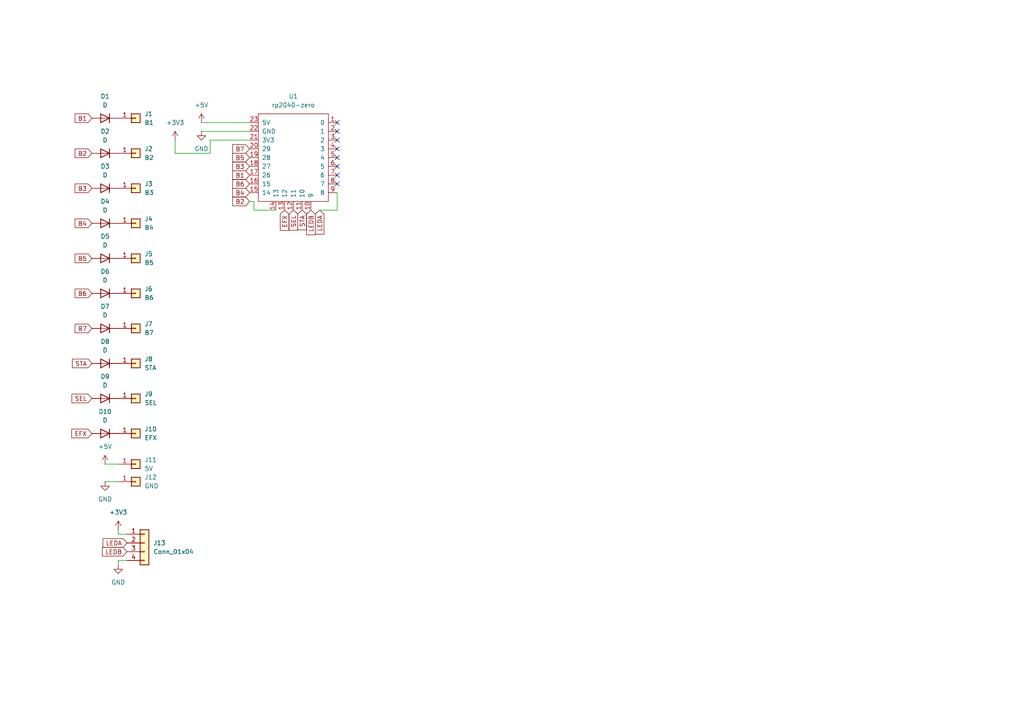
<source format=kicad_sch>
(kicad_sch
	(version 20231120)
	(generator "eeschema")
	(generator_version "8.0")
	(uuid "1a11bd70-7eb5-40a1-bf85-a64c34739257")
	(paper "A4")
	(lib_symbols
		(symbol "Connector_Generic:Conn_01x01"
			(pin_names
				(offset 1.016) hide)
			(exclude_from_sim no)
			(in_bom yes)
			(on_board yes)
			(property "Reference" "J"
				(at 0 2.54 0)
				(effects
					(font
						(size 1.27 1.27)
					)
				)
			)
			(property "Value" "Conn_01x01"
				(at 0 -2.54 0)
				(effects
					(font
						(size 1.27 1.27)
					)
				)
			)
			(property "Footprint" ""
				(at 0 0 0)
				(effects
					(font
						(size 1.27 1.27)
					)
					(hide yes)
				)
			)
			(property "Datasheet" "~"
				(at 0 0 0)
				(effects
					(font
						(size 1.27 1.27)
					)
					(hide yes)
				)
			)
			(property "Description" "Generic connector, single row, 01x01, script generated (kicad-library-utils/schlib/autogen/connector/)"
				(at 0 0 0)
				(effects
					(font
						(size 1.27 1.27)
					)
					(hide yes)
				)
			)
			(property "ki_keywords" "connector"
				(at 0 0 0)
				(effects
					(font
						(size 1.27 1.27)
					)
					(hide yes)
				)
			)
			(property "ki_fp_filters" "Connector*:*_1x??_*"
				(at 0 0 0)
				(effects
					(font
						(size 1.27 1.27)
					)
					(hide yes)
				)
			)
			(symbol "Conn_01x01_1_1"
				(rectangle
					(start -1.27 0.127)
					(end 0 -0.127)
					(stroke
						(width 0.1524)
						(type default)
					)
					(fill
						(type none)
					)
				)
				(rectangle
					(start -1.27 1.27)
					(end 1.27 -1.27)
					(stroke
						(width 0.254)
						(type default)
					)
					(fill
						(type background)
					)
				)
				(pin passive line
					(at -5.08 0 0)
					(length 3.81)
					(name "Pin_1"
						(effects
							(font
								(size 1.27 1.27)
							)
						)
					)
					(number "1"
						(effects
							(font
								(size 1.27 1.27)
							)
						)
					)
				)
			)
		)
		(symbol "Connector_Generic:Conn_01x04"
			(pin_names
				(offset 1.016) hide)
			(exclude_from_sim no)
			(in_bom yes)
			(on_board yes)
			(property "Reference" "J"
				(at 0 5.08 0)
				(effects
					(font
						(size 1.27 1.27)
					)
				)
			)
			(property "Value" "Conn_01x04"
				(at 0 -7.62 0)
				(effects
					(font
						(size 1.27 1.27)
					)
				)
			)
			(property "Footprint" ""
				(at 0 0 0)
				(effects
					(font
						(size 1.27 1.27)
					)
					(hide yes)
				)
			)
			(property "Datasheet" "~"
				(at 0 0 0)
				(effects
					(font
						(size 1.27 1.27)
					)
					(hide yes)
				)
			)
			(property "Description" "Generic connector, single row, 01x04, script generated (kicad-library-utils/schlib/autogen/connector/)"
				(at 0 0 0)
				(effects
					(font
						(size 1.27 1.27)
					)
					(hide yes)
				)
			)
			(property "ki_keywords" "connector"
				(at 0 0 0)
				(effects
					(font
						(size 1.27 1.27)
					)
					(hide yes)
				)
			)
			(property "ki_fp_filters" "Connector*:*_1x??_*"
				(at 0 0 0)
				(effects
					(font
						(size 1.27 1.27)
					)
					(hide yes)
				)
			)
			(symbol "Conn_01x04_1_1"
				(rectangle
					(start -1.27 -4.953)
					(end 0 -5.207)
					(stroke
						(width 0.1524)
						(type default)
					)
					(fill
						(type none)
					)
				)
				(rectangle
					(start -1.27 -2.413)
					(end 0 -2.667)
					(stroke
						(width 0.1524)
						(type default)
					)
					(fill
						(type none)
					)
				)
				(rectangle
					(start -1.27 0.127)
					(end 0 -0.127)
					(stroke
						(width 0.1524)
						(type default)
					)
					(fill
						(type none)
					)
				)
				(rectangle
					(start -1.27 2.667)
					(end 0 2.413)
					(stroke
						(width 0.1524)
						(type default)
					)
					(fill
						(type none)
					)
				)
				(rectangle
					(start -1.27 3.81)
					(end 1.27 -6.35)
					(stroke
						(width 0.254)
						(type default)
					)
					(fill
						(type background)
					)
				)
				(pin passive line
					(at -5.08 2.54 0)
					(length 3.81)
					(name "Pin_1"
						(effects
							(font
								(size 1.27 1.27)
							)
						)
					)
					(number "1"
						(effects
							(font
								(size 1.27 1.27)
							)
						)
					)
				)
				(pin passive line
					(at -5.08 0 0)
					(length 3.81)
					(name "Pin_2"
						(effects
							(font
								(size 1.27 1.27)
							)
						)
					)
					(number "2"
						(effects
							(font
								(size 1.27 1.27)
							)
						)
					)
				)
				(pin passive line
					(at -5.08 -2.54 0)
					(length 3.81)
					(name "Pin_3"
						(effects
							(font
								(size 1.27 1.27)
							)
						)
					)
					(number "3"
						(effects
							(font
								(size 1.27 1.27)
							)
						)
					)
				)
				(pin passive line
					(at -5.08 -5.08 0)
					(length 3.81)
					(name "Pin_4"
						(effects
							(font
								(size 1.27 1.27)
							)
						)
					)
					(number "4"
						(effects
							(font
								(size 1.27 1.27)
							)
						)
					)
				)
			)
		)
		(symbol "Device:D"
			(pin_numbers hide)
			(pin_names
				(offset 1.016) hide)
			(exclude_from_sim no)
			(in_bom yes)
			(on_board yes)
			(property "Reference" "D"
				(at 0 2.54 0)
				(effects
					(font
						(size 1.27 1.27)
					)
				)
			)
			(property "Value" "D"
				(at 0 -2.54 0)
				(effects
					(font
						(size 1.27 1.27)
					)
				)
			)
			(property "Footprint" ""
				(at 0 0 0)
				(effects
					(font
						(size 1.27 1.27)
					)
					(hide yes)
				)
			)
			(property "Datasheet" "~"
				(at 0 0 0)
				(effects
					(font
						(size 1.27 1.27)
					)
					(hide yes)
				)
			)
			(property "Description" "Diode"
				(at 0 0 0)
				(effects
					(font
						(size 1.27 1.27)
					)
					(hide yes)
				)
			)
			(property "Sim.Device" "D"
				(at 0 0 0)
				(effects
					(font
						(size 1.27 1.27)
					)
					(hide yes)
				)
			)
			(property "Sim.Pins" "1=K 2=A"
				(at 0 0 0)
				(effects
					(font
						(size 1.27 1.27)
					)
					(hide yes)
				)
			)
			(property "ki_keywords" "diode"
				(at 0 0 0)
				(effects
					(font
						(size 1.27 1.27)
					)
					(hide yes)
				)
			)
			(property "ki_fp_filters" "TO-???* *_Diode_* *SingleDiode* D_*"
				(at 0 0 0)
				(effects
					(font
						(size 1.27 1.27)
					)
					(hide yes)
				)
			)
			(symbol "D_0_1"
				(polyline
					(pts
						(xy -1.27 1.27) (xy -1.27 -1.27)
					)
					(stroke
						(width 0.254)
						(type default)
					)
					(fill
						(type none)
					)
				)
				(polyline
					(pts
						(xy 1.27 0) (xy -1.27 0)
					)
					(stroke
						(width 0)
						(type default)
					)
					(fill
						(type none)
					)
				)
				(polyline
					(pts
						(xy 1.27 1.27) (xy 1.27 -1.27) (xy -1.27 0) (xy 1.27 1.27)
					)
					(stroke
						(width 0.254)
						(type default)
					)
					(fill
						(type none)
					)
				)
			)
			(symbol "D_1_1"
				(pin passive line
					(at -3.81 0 0)
					(length 2.54)
					(name "K"
						(effects
							(font
								(size 1.27 1.27)
							)
						)
					)
					(number "1"
						(effects
							(font
								(size 1.27 1.27)
							)
						)
					)
				)
				(pin passive line
					(at 3.81 0 180)
					(length 2.54)
					(name "A"
						(effects
							(font
								(size 1.27 1.27)
							)
						)
					)
					(number "2"
						(effects
							(font
								(size 1.27 1.27)
							)
						)
					)
				)
			)
		)
		(symbol "Kleeb_MCU:rp2040-zero"
			(pin_names
				(offset 1.016)
			)
			(exclude_from_sim no)
			(in_bom yes)
			(on_board yes)
			(property "Reference" "U"
				(at 0 15.24 0)
				(effects
					(font
						(size 1.27 1.27)
					)
				)
			)
			(property "Value" "rp2040-zero"
				(at 0 12.7 0)
				(effects
					(font
						(size 1.27 1.27)
					)
				)
			)
			(property "Footprint" ""
				(at -8.89 5.08 0)
				(effects
					(font
						(size 1.27 1.27)
					)
					(hide yes)
				)
			)
			(property "Datasheet" ""
				(at -8.89 5.08 0)
				(effects
					(font
						(size 1.27 1.27)
					)
					(hide yes)
				)
			)
			(property "Description" ""
				(at 0 0 0)
				(effects
					(font
						(size 1.27 1.27)
					)
					(hide yes)
				)
			)
			(symbol "rp2040-zero_0_1"
				(rectangle
					(start -10.16 11.43)
					(end 10.16 -13.97)
					(stroke
						(width 0)
						(type default)
					)
					(fill
						(type none)
					)
				)
			)
			(symbol "rp2040-zero_1_1"
				(pin bidirectional line
					(at 12.7 8.89 180)
					(length 2.54)
					(name "0"
						(effects
							(font
								(size 1.27 1.27)
							)
						)
					)
					(number "1"
						(effects
							(font
								(size 1.27 1.27)
							)
						)
					)
				)
				(pin bidirectional line
					(at 5.08 -16.51 90)
					(length 2.54)
					(name "9"
						(effects
							(font
								(size 1.27 1.27)
							)
						)
					)
					(number "10"
						(effects
							(font
								(size 1.27 1.27)
							)
						)
					)
				)
				(pin bidirectional line
					(at 2.54 -16.51 90)
					(length 2.54)
					(name "10"
						(effects
							(font
								(size 1.27 1.27)
							)
						)
					)
					(number "11"
						(effects
							(font
								(size 1.27 1.27)
							)
						)
					)
				)
				(pin bidirectional line
					(at 0 -16.51 90)
					(length 2.54)
					(name "11"
						(effects
							(font
								(size 1.27 1.27)
							)
						)
					)
					(number "12"
						(effects
							(font
								(size 1.27 1.27)
							)
						)
					)
				)
				(pin bidirectional line
					(at -2.54 -16.51 90)
					(length 2.54)
					(name "12"
						(effects
							(font
								(size 1.27 1.27)
							)
						)
					)
					(number "13"
						(effects
							(font
								(size 1.27 1.27)
							)
						)
					)
				)
				(pin bidirectional line
					(at -5.08 -16.51 90)
					(length 2.54)
					(name "13"
						(effects
							(font
								(size 1.27 1.27)
							)
						)
					)
					(number "14"
						(effects
							(font
								(size 1.27 1.27)
							)
						)
					)
				)
				(pin bidirectional line
					(at -12.7 -11.43 0)
					(length 2.54)
					(name "14"
						(effects
							(font
								(size 1.27 1.27)
							)
						)
					)
					(number "15"
						(effects
							(font
								(size 1.27 1.27)
							)
						)
					)
				)
				(pin bidirectional line
					(at -12.7 -8.89 0)
					(length 2.54)
					(name "15"
						(effects
							(font
								(size 1.27 1.27)
							)
						)
					)
					(number "16"
						(effects
							(font
								(size 1.27 1.27)
							)
						)
					)
				)
				(pin bidirectional line
					(at -12.7 -6.35 0)
					(length 2.54)
					(name "26"
						(effects
							(font
								(size 1.27 1.27)
							)
						)
					)
					(number "17"
						(effects
							(font
								(size 1.27 1.27)
							)
						)
					)
				)
				(pin bidirectional line
					(at -12.7 -3.81 0)
					(length 2.54)
					(name "27"
						(effects
							(font
								(size 1.27 1.27)
							)
						)
					)
					(number "18"
						(effects
							(font
								(size 1.27 1.27)
							)
						)
					)
				)
				(pin bidirectional line
					(at -12.7 -1.27 0)
					(length 2.54)
					(name "28"
						(effects
							(font
								(size 1.27 1.27)
							)
						)
					)
					(number "19"
						(effects
							(font
								(size 1.27 1.27)
							)
						)
					)
				)
				(pin bidirectional line
					(at 12.7 6.35 180)
					(length 2.54)
					(name "1"
						(effects
							(font
								(size 1.27 1.27)
							)
						)
					)
					(number "2"
						(effects
							(font
								(size 1.27 1.27)
							)
						)
					)
				)
				(pin bidirectional line
					(at -12.7 1.27 0)
					(length 2.54)
					(name "29"
						(effects
							(font
								(size 1.27 1.27)
							)
						)
					)
					(number "20"
						(effects
							(font
								(size 1.27 1.27)
							)
						)
					)
				)
				(pin power_out line
					(at -12.7 3.81 0)
					(length 2.54)
					(name "3V3"
						(effects
							(font
								(size 1.27 1.27)
							)
						)
					)
					(number "21"
						(effects
							(font
								(size 1.27 1.27)
							)
						)
					)
				)
				(pin power_out line
					(at -12.7 6.35 0)
					(length 2.54)
					(name "GND"
						(effects
							(font
								(size 1.27 1.27)
							)
						)
					)
					(number "22"
						(effects
							(font
								(size 1.27 1.27)
							)
						)
					)
				)
				(pin power_out line
					(at -12.7 8.89 0)
					(length 2.54)
					(name "5V"
						(effects
							(font
								(size 1.27 1.27)
							)
						)
					)
					(number "23"
						(effects
							(font
								(size 1.27 1.27)
							)
						)
					)
				)
				(pin bidirectional line
					(at 12.7 3.81 180)
					(length 2.54)
					(name "2"
						(effects
							(font
								(size 1.27 1.27)
							)
						)
					)
					(number "3"
						(effects
							(font
								(size 1.27 1.27)
							)
						)
					)
				)
				(pin bidirectional line
					(at 12.7 1.27 180)
					(length 2.54)
					(name "3"
						(effects
							(font
								(size 1.27 1.27)
							)
						)
					)
					(number "4"
						(effects
							(font
								(size 1.27 1.27)
							)
						)
					)
				)
				(pin bidirectional line
					(at 12.7 -1.27 180)
					(length 2.54)
					(name "4"
						(effects
							(font
								(size 1.27 1.27)
							)
						)
					)
					(number "5"
						(effects
							(font
								(size 1.27 1.27)
							)
						)
					)
				)
				(pin bidirectional line
					(at 12.7 -3.81 180)
					(length 2.54)
					(name "5"
						(effects
							(font
								(size 1.27 1.27)
							)
						)
					)
					(number "6"
						(effects
							(font
								(size 1.27 1.27)
							)
						)
					)
				)
				(pin bidirectional line
					(at 12.7 -6.35 180)
					(length 2.54)
					(name "6"
						(effects
							(font
								(size 1.27 1.27)
							)
						)
					)
					(number "7"
						(effects
							(font
								(size 1.27 1.27)
							)
						)
					)
				)
				(pin bidirectional line
					(at 12.7 -8.89 180)
					(length 2.54)
					(name "7"
						(effects
							(font
								(size 1.27 1.27)
							)
						)
					)
					(number "8"
						(effects
							(font
								(size 1.27 1.27)
							)
						)
					)
				)
				(pin bidirectional line
					(at 12.7 -11.43 180)
					(length 2.54)
					(name "8"
						(effects
							(font
								(size 1.27 1.27)
							)
						)
					)
					(number "9"
						(effects
							(font
								(size 1.27 1.27)
							)
						)
					)
				)
			)
		)
		(symbol "power:+3V3"
			(power)
			(pin_numbers hide)
			(pin_names
				(offset 0) hide)
			(exclude_from_sim no)
			(in_bom yes)
			(on_board yes)
			(property "Reference" "#PWR"
				(at 0 -3.81 0)
				(effects
					(font
						(size 1.27 1.27)
					)
					(hide yes)
				)
			)
			(property "Value" "+3V3"
				(at 0 3.556 0)
				(effects
					(font
						(size 1.27 1.27)
					)
				)
			)
			(property "Footprint" ""
				(at 0 0 0)
				(effects
					(font
						(size 1.27 1.27)
					)
					(hide yes)
				)
			)
			(property "Datasheet" ""
				(at 0 0 0)
				(effects
					(font
						(size 1.27 1.27)
					)
					(hide yes)
				)
			)
			(property "Description" "Power symbol creates a global label with name \"+3V3\""
				(at 0 0 0)
				(effects
					(font
						(size 1.27 1.27)
					)
					(hide yes)
				)
			)
			(property "ki_keywords" "global power"
				(at 0 0 0)
				(effects
					(font
						(size 1.27 1.27)
					)
					(hide yes)
				)
			)
			(symbol "+3V3_0_1"
				(polyline
					(pts
						(xy -0.762 1.27) (xy 0 2.54)
					)
					(stroke
						(width 0)
						(type default)
					)
					(fill
						(type none)
					)
				)
				(polyline
					(pts
						(xy 0 0) (xy 0 2.54)
					)
					(stroke
						(width 0)
						(type default)
					)
					(fill
						(type none)
					)
				)
				(polyline
					(pts
						(xy 0 2.54) (xy 0.762 1.27)
					)
					(stroke
						(width 0)
						(type default)
					)
					(fill
						(type none)
					)
				)
			)
			(symbol "+3V3_1_1"
				(pin power_in line
					(at 0 0 90)
					(length 0)
					(name "~"
						(effects
							(font
								(size 1.27 1.27)
							)
						)
					)
					(number "1"
						(effects
							(font
								(size 1.27 1.27)
							)
						)
					)
				)
			)
		)
		(symbol "power:+5V"
			(power)
			(pin_numbers hide)
			(pin_names
				(offset 0) hide)
			(exclude_from_sim no)
			(in_bom yes)
			(on_board yes)
			(property "Reference" "#PWR"
				(at 0 -3.81 0)
				(effects
					(font
						(size 1.27 1.27)
					)
					(hide yes)
				)
			)
			(property "Value" "+5V"
				(at 0 3.556 0)
				(effects
					(font
						(size 1.27 1.27)
					)
				)
			)
			(property "Footprint" ""
				(at 0 0 0)
				(effects
					(font
						(size 1.27 1.27)
					)
					(hide yes)
				)
			)
			(property "Datasheet" ""
				(at 0 0 0)
				(effects
					(font
						(size 1.27 1.27)
					)
					(hide yes)
				)
			)
			(property "Description" "Power symbol creates a global label with name \"+5V\""
				(at 0 0 0)
				(effects
					(font
						(size 1.27 1.27)
					)
					(hide yes)
				)
			)
			(property "ki_keywords" "global power"
				(at 0 0 0)
				(effects
					(font
						(size 1.27 1.27)
					)
					(hide yes)
				)
			)
			(symbol "+5V_0_1"
				(polyline
					(pts
						(xy -0.762 1.27) (xy 0 2.54)
					)
					(stroke
						(width 0)
						(type default)
					)
					(fill
						(type none)
					)
				)
				(polyline
					(pts
						(xy 0 0) (xy 0 2.54)
					)
					(stroke
						(width 0)
						(type default)
					)
					(fill
						(type none)
					)
				)
				(polyline
					(pts
						(xy 0 2.54) (xy 0.762 1.27)
					)
					(stroke
						(width 0)
						(type default)
					)
					(fill
						(type none)
					)
				)
			)
			(symbol "+5V_1_1"
				(pin power_in line
					(at 0 0 90)
					(length 0)
					(name "~"
						(effects
							(font
								(size 1.27 1.27)
							)
						)
					)
					(number "1"
						(effects
							(font
								(size 1.27 1.27)
							)
						)
					)
				)
			)
		)
		(symbol "power:GND"
			(power)
			(pin_numbers hide)
			(pin_names
				(offset 0) hide)
			(exclude_from_sim no)
			(in_bom yes)
			(on_board yes)
			(property "Reference" "#PWR"
				(at 0 -6.35 0)
				(effects
					(font
						(size 1.27 1.27)
					)
					(hide yes)
				)
			)
			(property "Value" "GND"
				(at 0 -3.81 0)
				(effects
					(font
						(size 1.27 1.27)
					)
				)
			)
			(property "Footprint" ""
				(at 0 0 0)
				(effects
					(font
						(size 1.27 1.27)
					)
					(hide yes)
				)
			)
			(property "Datasheet" ""
				(at 0 0 0)
				(effects
					(font
						(size 1.27 1.27)
					)
					(hide yes)
				)
			)
			(property "Description" "Power symbol creates a global label with name \"GND\" , ground"
				(at 0 0 0)
				(effects
					(font
						(size 1.27 1.27)
					)
					(hide yes)
				)
			)
			(property "ki_keywords" "global power"
				(at 0 0 0)
				(effects
					(font
						(size 1.27 1.27)
					)
					(hide yes)
				)
			)
			(symbol "GND_0_1"
				(polyline
					(pts
						(xy 0 0) (xy 0 -1.27) (xy 1.27 -1.27) (xy 0 -2.54) (xy -1.27 -1.27) (xy 0 -1.27)
					)
					(stroke
						(width 0)
						(type default)
					)
					(fill
						(type none)
					)
				)
			)
			(symbol "GND_1_1"
				(pin power_in line
					(at 0 0 270)
					(length 0)
					(name "~"
						(effects
							(font
								(size 1.27 1.27)
							)
						)
					)
					(number "1"
						(effects
							(font
								(size 1.27 1.27)
							)
						)
					)
				)
			)
		)
	)
	(no_connect
		(at 97.79 45.72)
		(uuid "27443403-6ad0-4af8-8454-dd0ea16bc9fd")
	)
	(no_connect
		(at 97.79 40.64)
		(uuid "2c0b1e20-65ef-4084-a2c0-66fce6bce7e1")
	)
	(no_connect
		(at 97.79 53.34)
		(uuid "40ce3ffc-278b-4c57-bacb-b48a27929faf")
	)
	(no_connect
		(at 97.79 35.56)
		(uuid "56205d93-673a-4b37-a0d4-1aad717d17fd")
	)
	(no_connect
		(at 97.79 43.18)
		(uuid "64b7122b-ba2e-4456-b413-29b9fd65a3cb")
	)
	(no_connect
		(at 97.79 38.1)
		(uuid "6b7819d1-18b5-4d74-afcc-35f6b9adc944")
	)
	(no_connect
		(at 97.79 50.8)
		(uuid "b2215287-566a-41de-8ad5-ee7cd75e2749")
	)
	(no_connect
		(at 97.79 48.26)
		(uuid "d99f750e-c2cf-47e4-8037-2ff79644f884")
	)
	(wire
		(pts
			(xy 34.29 154.94) (xy 36.83 154.94)
		)
		(stroke
			(width 0)
			(type default)
		)
		(uuid "0503562b-9824-47e4-9da2-2f5dcc27927f")
	)
	(wire
		(pts
			(xy 97.79 60.96) (xy 97.79 55.88)
		)
		(stroke
			(width 0)
			(type default)
		)
		(uuid "191a48d6-ee6e-431b-adc1-5ccfa8dd7b6e")
	)
	(wire
		(pts
			(xy 50.8 44.45) (xy 50.8 40.64)
		)
		(stroke
			(width 0)
			(type default)
		)
		(uuid "35d231ce-c44f-48ed-9718-c3ced0332d79")
	)
	(wire
		(pts
			(xy 73.66 60.96) (xy 80.01 60.96)
		)
		(stroke
			(width 0)
			(type default)
		)
		(uuid "512d76b0-42e4-46ca-9046-e142b3e1c71b")
	)
	(wire
		(pts
			(xy 60.96 40.64) (xy 60.96 44.45)
		)
		(stroke
			(width 0)
			(type default)
		)
		(uuid "5519428c-2d1f-48d4-91d9-29b61e9aaa33")
	)
	(wire
		(pts
			(xy 58.42 38.1) (xy 72.39 38.1)
		)
		(stroke
			(width 0)
			(type default)
		)
		(uuid "7d4dd105-9e17-4cca-a855-9e2c454e4408")
	)
	(wire
		(pts
			(xy 34.29 162.56) (xy 36.83 162.56)
		)
		(stroke
			(width 0)
			(type default)
		)
		(uuid "82bf3004-7611-42e6-836e-4ebb82cd4aed")
	)
	(wire
		(pts
			(xy 92.71 60.96) (xy 97.79 60.96)
		)
		(stroke
			(width 0)
			(type default)
		)
		(uuid "895412e0-0a55-436c-bde6-096a807ef8e9")
	)
	(wire
		(pts
			(xy 73.66 58.42) (xy 73.66 60.96)
		)
		(stroke
			(width 0)
			(type default)
		)
		(uuid "8dfeebd2-c229-4290-92d1-2d157dbbe50d")
	)
	(wire
		(pts
			(xy 30.48 134.62) (xy 34.29 134.62)
		)
		(stroke
			(width 0)
			(type default)
		)
		(uuid "91ab61c3-9c2d-4458-a44f-fc4bc861308b")
	)
	(wire
		(pts
			(xy 34.29 153.67) (xy 34.29 154.94)
		)
		(stroke
			(width 0)
			(type default)
		)
		(uuid "9a5178a8-bafa-4be9-92ef-76daf7627b8d")
	)
	(wire
		(pts
			(xy 72.39 58.42) (xy 73.66 58.42)
		)
		(stroke
			(width 0)
			(type default)
		)
		(uuid "9ec04b39-bf53-42fe-885d-0c038f9fd6f0")
	)
	(wire
		(pts
			(xy 60.96 44.45) (xy 50.8 44.45)
		)
		(stroke
			(width 0)
			(type default)
		)
		(uuid "c5cec893-b14d-4807-8489-2b7d43a75f15")
	)
	(wire
		(pts
			(xy 58.42 35.56) (xy 72.39 35.56)
		)
		(stroke
			(width 0)
			(type default)
		)
		(uuid "f21a4cb2-6fb5-46f7-a8a2-82945c86f794")
	)
	(wire
		(pts
			(xy 30.48 139.7) (xy 34.29 139.7)
		)
		(stroke
			(width 0)
			(type default)
		)
		(uuid "f7758d4d-bcde-4d66-870b-a0ed8ed0b77b")
	)
	(wire
		(pts
			(xy 72.39 40.64) (xy 60.96 40.64)
		)
		(stroke
			(width 0)
			(type default)
		)
		(uuid "fa648f33-cfca-4a6e-9ce3-266a1f7c594d")
	)
	(wire
		(pts
			(xy 34.29 163.83) (xy 34.29 162.56)
		)
		(stroke
			(width 0)
			(type default)
		)
		(uuid "fc22143c-ff57-4026-89bb-8d2148ee7f68")
	)
	(global_label "LEDB"
		(shape input)
		(at 36.83 160.02 180)
		(fields_autoplaced yes)
		(effects
			(font
				(size 1.27 1.27)
			)
			(justify right)
		)
		(uuid "0107bd1d-0f7e-4bb6-b844-613fb6672734")
		(property "Intersheetrefs" "${INTERSHEET_REFS}"
			(at 29.1277 160.02 0)
			(effects
				(font
					(size 1.27 1.27)
				)
				(justify right)
				(hide yes)
			)
		)
	)
	(global_label "B7"
		(shape input)
		(at 26.67 95.25 180)
		(fields_autoplaced yes)
		(effects
			(font
				(size 1.27 1.27)
			)
			(justify right)
		)
		(uuid "05fed6f2-c0d4-488f-b02b-59c9be6b21bf")
		(property "Intersheetrefs" "${INTERSHEET_REFS}"
			(at 21.2053 95.25 0)
			(effects
				(font
					(size 1.27 1.27)
				)
				(justify right)
				(hide yes)
			)
		)
	)
	(global_label "SEL"
		(shape input)
		(at 85.09 60.96 270)
		(fields_autoplaced yes)
		(effects
			(font
				(size 1.27 1.27)
			)
			(justify right)
		)
		(uuid "1a704871-30f2-480b-8afc-64167ec621df")
		(property "Intersheetrefs" "${INTERSHEET_REFS}"
			(at 85.09 67.3318 90)
			(effects
				(font
					(size 1.27 1.27)
				)
				(justify right)
				(hide yes)
			)
		)
	)
	(global_label "EFX"
		(shape input)
		(at 82.55 60.96 270)
		(fields_autoplaced yes)
		(effects
			(font
				(size 1.27 1.27)
			)
			(justify right)
		)
		(uuid "1c30fcc7-8490-418b-9f90-c3c4ceb4d4d0")
		(property "Intersheetrefs" "${INTERSHEET_REFS}"
			(at 82.55 67.3923 90)
			(effects
				(font
					(size 1.27 1.27)
				)
				(justify right)
				(hide yes)
			)
		)
	)
	(global_label "LEDA"
		(shape input)
		(at 92.71 60.96 270)
		(fields_autoplaced yes)
		(effects
			(font
				(size 1.27 1.27)
			)
			(justify right)
		)
		(uuid "25f29dc0-79a6-43b2-ac3b-43a3cd40a40c")
		(property "Intersheetrefs" "${INTERSHEET_REFS}"
			(at 92.71 68.4809 90)
			(effects
				(font
					(size 1.27 1.27)
				)
				(justify right)
				(hide yes)
			)
		)
	)
	(global_label "B6"
		(shape input)
		(at 72.39 53.34 180)
		(fields_autoplaced yes)
		(effects
			(font
				(size 1.27 1.27)
			)
			(justify right)
		)
		(uuid "29a2ff4d-a05b-4cd4-94ef-618497f431c6")
		(property "Intersheetrefs" "${INTERSHEET_REFS}"
			(at 66.9253 53.34 0)
			(effects
				(font
					(size 1.27 1.27)
				)
				(justify right)
				(hide yes)
			)
		)
	)
	(global_label "B3"
		(shape input)
		(at 72.39 48.26 180)
		(fields_autoplaced yes)
		(effects
			(font
				(size 1.27 1.27)
			)
			(justify right)
		)
		(uuid "308ae4ff-b4fd-4aaa-a628-9228fec285f3")
		(property "Intersheetrefs" "${INTERSHEET_REFS}"
			(at 66.9253 48.26 0)
			(effects
				(font
					(size 1.27 1.27)
				)
				(justify right)
				(hide yes)
			)
		)
	)
	(global_label "B4"
		(shape input)
		(at 72.39 55.88 180)
		(fields_autoplaced yes)
		(effects
			(font
				(size 1.27 1.27)
			)
			(justify right)
		)
		(uuid "327efd64-980e-4d3e-bc1a-5664683921af")
		(property "Intersheetrefs" "${INTERSHEET_REFS}"
			(at 66.9253 55.88 0)
			(effects
				(font
					(size 1.27 1.27)
				)
				(justify right)
				(hide yes)
			)
		)
	)
	(global_label "LEDB"
		(shape input)
		(at 90.17 60.96 270)
		(fields_autoplaced yes)
		(effects
			(font
				(size 1.27 1.27)
			)
			(justify right)
		)
		(uuid "5342f70c-ff69-442c-af58-4473eb961542")
		(property "Intersheetrefs" "${INTERSHEET_REFS}"
			(at 90.17 68.6623 90)
			(effects
				(font
					(size 1.27 1.27)
				)
				(justify right)
				(hide yes)
			)
		)
	)
	(global_label "B5"
		(shape input)
		(at 26.67 74.93 180)
		(fields_autoplaced yes)
		(effects
			(font
				(size 1.27 1.27)
			)
			(justify right)
		)
		(uuid "5f04137a-cbce-469c-b00f-d8a685773de8")
		(property "Intersheetrefs" "${INTERSHEET_REFS}"
			(at 21.2053 74.93 0)
			(effects
				(font
					(size 1.27 1.27)
				)
				(justify right)
				(hide yes)
			)
		)
	)
	(global_label "B6"
		(shape input)
		(at 26.67 85.09 180)
		(fields_autoplaced yes)
		(effects
			(font
				(size 1.27 1.27)
			)
			(justify right)
		)
		(uuid "6171dc4b-3d97-499e-b7ae-2b18a89cbe63")
		(property "Intersheetrefs" "${INTERSHEET_REFS}"
			(at 21.2053 85.09 0)
			(effects
				(font
					(size 1.27 1.27)
				)
				(justify right)
				(hide yes)
			)
		)
	)
	(global_label "B5"
		(shape input)
		(at 72.39 45.72 180)
		(fields_autoplaced yes)
		(effects
			(font
				(size 1.27 1.27)
			)
			(justify right)
		)
		(uuid "7d85149d-356d-44b8-95e6-3b8094830729")
		(property "Intersheetrefs" "${INTERSHEET_REFS}"
			(at 66.9253 45.72 0)
			(effects
				(font
					(size 1.27 1.27)
				)
				(justify right)
				(hide yes)
			)
		)
	)
	(global_label "STA"
		(shape input)
		(at 26.67 105.41 180)
		(fields_autoplaced yes)
		(effects
			(font
				(size 1.27 1.27)
			)
			(justify right)
		)
		(uuid "7fd31a27-3d65-4186-bf58-d0d76b322278")
		(property "Intersheetrefs" "${INTERSHEET_REFS}"
			(at 20.4191 105.41 0)
			(effects
				(font
					(size 1.27 1.27)
				)
				(justify right)
				(hide yes)
			)
		)
	)
	(global_label "SEL"
		(shape input)
		(at 26.67 115.57 180)
		(fields_autoplaced yes)
		(effects
			(font
				(size 1.27 1.27)
			)
			(justify right)
		)
		(uuid "850abb1c-f293-4074-bd77-5c697613b1fd")
		(property "Intersheetrefs" "${INTERSHEET_REFS}"
			(at 20.2982 115.57 0)
			(effects
				(font
					(size 1.27 1.27)
				)
				(justify right)
				(hide yes)
			)
		)
	)
	(global_label "STA"
		(shape input)
		(at 87.63 60.96 270)
		(fields_autoplaced yes)
		(effects
			(font
				(size 1.27 1.27)
			)
			(justify right)
		)
		(uuid "a6f4b267-3679-4b97-bf26-1c1cb0def0f0")
		(property "Intersheetrefs" "${INTERSHEET_REFS}"
			(at 87.63 67.2109 90)
			(effects
				(font
					(size 1.27 1.27)
				)
				(justify right)
				(hide yes)
			)
		)
	)
	(global_label "B2"
		(shape input)
		(at 26.67 44.45 180)
		(fields_autoplaced yes)
		(effects
			(font
				(size 1.27 1.27)
			)
			(justify right)
		)
		(uuid "b5fe175b-60e8-41de-a481-16d07e7eb9dc")
		(property "Intersheetrefs" "${INTERSHEET_REFS}"
			(at 21.2053 44.45 0)
			(effects
				(font
					(size 1.27 1.27)
				)
				(justify right)
				(hide yes)
			)
		)
	)
	(global_label "B1"
		(shape input)
		(at 72.39 50.8 180)
		(fields_autoplaced yes)
		(effects
			(font
				(size 1.27 1.27)
			)
			(justify right)
		)
		(uuid "c615cc71-a91a-478c-95e6-9f8c56a9ac2c")
		(property "Intersheetrefs" "${INTERSHEET_REFS}"
			(at 66.9253 50.8 0)
			(effects
				(font
					(size 1.27 1.27)
				)
				(justify right)
				(hide yes)
			)
		)
	)
	(global_label "B7"
		(shape input)
		(at 72.39 43.18 180)
		(fields_autoplaced yes)
		(effects
			(font
				(size 1.27 1.27)
			)
			(justify right)
		)
		(uuid "cf67fdce-0ec2-4b83-ba3c-127f4ae7d5c3")
		(property "Intersheetrefs" "${INTERSHEET_REFS}"
			(at 66.9253 43.18 0)
			(effects
				(font
					(size 1.27 1.27)
				)
				(justify right)
				(hide yes)
			)
		)
	)
	(global_label "B4"
		(shape input)
		(at 26.67 64.77 180)
		(fields_autoplaced yes)
		(effects
			(font
				(size 1.27 1.27)
			)
			(justify right)
		)
		(uuid "d2593c76-55fa-4524-8d37-821c4bc7beaa")
		(property "Intersheetrefs" "${INTERSHEET_REFS}"
			(at 21.2053 64.77 0)
			(effects
				(font
					(size 1.27 1.27)
				)
				(justify right)
				(hide yes)
			)
		)
	)
	(global_label "LEDA"
		(shape input)
		(at 36.83 157.48 180)
		(fields_autoplaced yes)
		(effects
			(font
				(size 1.27 1.27)
			)
			(justify right)
		)
		(uuid "e0580eed-effc-4d58-befa-208762e9c570")
		(property "Intersheetrefs" "${INTERSHEET_REFS}"
			(at 29.3091 157.48 0)
			(effects
				(font
					(size 1.27 1.27)
				)
				(justify right)
				(hide yes)
			)
		)
	)
	(global_label "B2"
		(shape input)
		(at 72.39 58.42 180)
		(fields_autoplaced yes)
		(effects
			(font
				(size 1.27 1.27)
			)
			(justify right)
		)
		(uuid "f581b048-d533-4881-a4a4-f380df53aa48")
		(property "Intersheetrefs" "${INTERSHEET_REFS}"
			(at 66.9253 58.42 0)
			(effects
				(font
					(size 1.27 1.27)
				)
				(justify right)
				(hide yes)
			)
		)
	)
	(global_label "EFX"
		(shape input)
		(at 26.67 125.73 180)
		(fields_autoplaced yes)
		(effects
			(font
				(size 1.27 1.27)
			)
			(justify right)
		)
		(uuid "f8874ba9-3f2c-4c19-9630-6c73d4fd67df")
		(property "Intersheetrefs" "${INTERSHEET_REFS}"
			(at 20.2377 125.73 0)
			(effects
				(font
					(size 1.27 1.27)
				)
				(justify right)
				(hide yes)
			)
		)
	)
	(global_label "B1"
		(shape input)
		(at 26.67 34.29 180)
		(fields_autoplaced yes)
		(effects
			(font
				(size 1.27 1.27)
			)
			(justify right)
		)
		(uuid "fcfd0956-ee7f-4ff3-8fee-7e528ce02e12")
		(property "Intersheetrefs" "${INTERSHEET_REFS}"
			(at 21.2053 34.29 0)
			(effects
				(font
					(size 1.27 1.27)
				)
				(justify right)
				(hide yes)
			)
		)
	)
	(global_label "B3"
		(shape input)
		(at 26.67 54.61 180)
		(fields_autoplaced yes)
		(effects
			(font
				(size 1.27 1.27)
			)
			(justify right)
		)
		(uuid "ff0f3b46-2943-4c3a-a929-b37f0fb3b276")
		(property "Intersheetrefs" "${INTERSHEET_REFS}"
			(at 21.2053 54.61 0)
			(effects
				(font
					(size 1.27 1.27)
				)
				(justify right)
				(hide yes)
			)
		)
	)
	(symbol
		(lib_id "Kleeb_MCU:rp2040-zero")
		(at 85.09 44.45 0)
		(unit 1)
		(exclude_from_sim no)
		(in_bom yes)
		(on_board yes)
		(dnp no)
		(fields_autoplaced yes)
		(uuid "103fd59a-9a71-45c7-a191-cf2861ef2b59")
		(property "Reference" "U1"
			(at 85.09 27.94 0)
			(effects
				(font
					(size 1.27 1.27)
				)
			)
		)
		(property "Value" "rp2040-zero"
			(at 85.09 30.48 0)
			(effects
				(font
					(size 1.27 1.27)
				)
			)
		)
		(property "Footprint" "Kleeb_MCU:rp2040-zero-smd"
			(at 76.2 39.37 0)
			(effects
				(font
					(size 1.27 1.27)
				)
				(hide yes)
			)
		)
		(property "Datasheet" ""
			(at 76.2 39.37 0)
			(effects
				(font
					(size 1.27 1.27)
				)
				(hide yes)
			)
		)
		(property "Description" ""
			(at 85.09 44.45 0)
			(effects
				(font
					(size 1.27 1.27)
				)
				(hide yes)
			)
		)
		(pin "20"
			(uuid "c360df8b-874a-46b7-ae80-6ac8e37e430e")
		)
		(pin "4"
			(uuid "abc850ec-3bd9-4ce7-9d99-1918416abc9e")
		)
		(pin "5"
			(uuid "d450973c-446f-44f5-8dfa-bd503ffab4ea")
		)
		(pin "10"
			(uuid "4db72f6b-0e6e-4252-ac46-dc4d3f3aab82")
		)
		(pin "6"
			(uuid "92fc4512-ea91-4407-a298-d09031f369bf")
		)
		(pin "7"
			(uuid "edc64b8b-a303-40f7-80ec-15fece32ec60")
		)
		(pin "18"
			(uuid "90c4d0d0-4850-4f8e-9dac-64c23d09f0aa")
		)
		(pin "19"
			(uuid "9bb66d06-4027-4435-968a-f950ec862daf")
		)
		(pin "8"
			(uuid "197a1e53-1a6f-472e-b2df-6afbfe5e7389")
		)
		(pin "12"
			(uuid "d71fcdaf-8a23-4a23-93d8-da6c985b98ba")
		)
		(pin "17"
			(uuid "770f6cee-cda9-4d9d-be3b-16710f49e169")
		)
		(pin "22"
			(uuid "e93c7456-56de-48e3-8dec-8af067af4b35")
		)
		(pin "9"
			(uuid "59cb3a3d-808b-43d9-ac8b-cf7244359130")
		)
		(pin "16"
			(uuid "be147aa3-d07f-42ad-a45e-5aba4d97034b")
		)
		(pin "2"
			(uuid "ce2e77fb-2d53-42bb-b2dc-0fb061ac8fcd")
		)
		(pin "21"
			(uuid "fdfa6d6d-2215-466c-a810-96be0b7205f1")
		)
		(pin "23"
			(uuid "161c939c-7fba-4441-9d54-c96e7d1c7028")
		)
		(pin "3"
			(uuid "d1501158-d23e-4530-b49b-bde7496ef433")
		)
		(pin "15"
			(uuid "393eed57-2ae7-40ef-b82e-a2576cba9945")
		)
		(pin "14"
			(uuid "f01d942c-4a74-452c-addc-f1a2bf1f93a6")
		)
		(pin "1"
			(uuid "9a40230c-63a3-4798-b3fd-32b22bea5578")
		)
		(pin "11"
			(uuid "06d893ed-f3cc-4191-b3a0-1fd78180d125")
		)
		(pin "13"
			(uuid "34bc45a0-1a45-449d-8471-cfc486329dba")
		)
		(instances
			(project "rainbow2v5-rp2040"
				(path "/1a11bd70-7eb5-40a1-bf85-a64c34739257"
					(reference "U1")
					(unit 1)
				)
			)
		)
	)
	(symbol
		(lib_id "power:GND")
		(at 30.48 139.7 0)
		(unit 1)
		(exclude_from_sim no)
		(in_bom yes)
		(on_board yes)
		(dnp no)
		(fields_autoplaced yes)
		(uuid "16ed0344-7777-409e-b4de-372ca3a49848")
		(property "Reference" "#PWR01"
			(at 30.48 146.05 0)
			(effects
				(font
					(size 1.27 1.27)
				)
				(hide yes)
			)
		)
		(property "Value" "GND"
			(at 30.48 144.78 0)
			(effects
				(font
					(size 1.27 1.27)
				)
			)
		)
		(property "Footprint" ""
			(at 30.48 139.7 0)
			(effects
				(font
					(size 1.27 1.27)
				)
				(hide yes)
			)
		)
		(property "Datasheet" ""
			(at 30.48 139.7 0)
			(effects
				(font
					(size 1.27 1.27)
				)
				(hide yes)
			)
		)
		(property "Description" "Power symbol creates a global label with name \"GND\" , ground"
			(at 30.48 139.7 0)
			(effects
				(font
					(size 1.27 1.27)
				)
				(hide yes)
			)
		)
		(pin "1"
			(uuid "beec5581-e259-4298-9758-e50246c631ab")
		)
		(instances
			(project "rainbow2v5-rp2040"
				(path "/1a11bd70-7eb5-40a1-bf85-a64c34739257"
					(reference "#PWR01")
					(unit 1)
				)
			)
		)
	)
	(symbol
		(lib_id "Device:D")
		(at 30.48 125.73 180)
		(unit 1)
		(exclude_from_sim no)
		(in_bom yes)
		(on_board yes)
		(dnp no)
		(fields_autoplaced yes)
		(uuid "2c23686f-7890-4f69-bfcd-d355f2406e83")
		(property "Reference" "D10"
			(at 30.48 119.38 0)
			(effects
				(font
					(size 1.27 1.27)
				)
			)
		)
		(property "Value" "D"
			(at 30.48 121.92 0)
			(effects
				(font
					(size 1.27 1.27)
				)
			)
		)
		(property "Footprint" "Diode_THT:D_DO-35_SOD27_P2.54mm_Vertical_AnodeUp"
			(at 30.48 125.73 0)
			(effects
				(font
					(size 1.27 1.27)
				)
				(hide yes)
			)
		)
		(property "Datasheet" "~"
			(at 30.48 125.73 0)
			(effects
				(font
					(size 1.27 1.27)
				)
				(hide yes)
			)
		)
		(property "Description" "Diode"
			(at 30.48 125.73 0)
			(effects
				(font
					(size 1.27 1.27)
				)
				(hide yes)
			)
		)
		(property "Sim.Device" "D"
			(at 30.48 125.73 0)
			(effects
				(font
					(size 1.27 1.27)
				)
				(hide yes)
			)
		)
		(property "Sim.Pins" "1=K 2=A"
			(at 30.48 125.73 0)
			(effects
				(font
					(size 1.27 1.27)
				)
				(hide yes)
			)
		)
		(pin "2"
			(uuid "20537e24-1862-4391-ba48-92c02670f7c2")
		)
		(pin "1"
			(uuid "f56626b0-f675-46fc-8fa6-d14c993f4e10")
		)
		(instances
			(project "rainbow2v5-rp2040"
				(path "/1a11bd70-7eb5-40a1-bf85-a64c34739257"
					(reference "D10")
					(unit 1)
				)
			)
		)
	)
	(symbol
		(lib_id "Connector_Generic:Conn_01x01")
		(at 39.37 54.61 0)
		(unit 1)
		(exclude_from_sim no)
		(in_bom yes)
		(on_board yes)
		(dnp no)
		(fields_autoplaced yes)
		(uuid "36920bf1-61e3-4dba-91c8-d9ef3d99a122")
		(property "Reference" "J3"
			(at 41.91 53.3399 0)
			(effects
				(font
					(size 1.27 1.27)
				)
				(justify left)
			)
		)
		(property "Value" "B3"
			(at 41.91 55.8799 0)
			(effects
				(font
					(size 1.27 1.27)
				)
				(justify left)
			)
		)
		(property "Footprint" "Connector_Spade:DJ610-4.8x14"
			(at 39.37 54.61 0)
			(effects
				(font
					(size 1.27 1.27)
				)
				(hide yes)
			)
		)
		(property "Datasheet" "~"
			(at 39.37 54.61 0)
			(effects
				(font
					(size 1.27 1.27)
				)
				(hide yes)
			)
		)
		(property "Description" "Generic connector, single row, 01x01, script generated (kicad-library-utils/schlib/autogen/connector/)"
			(at 39.37 54.61 0)
			(effects
				(font
					(size 1.27 1.27)
				)
				(hide yes)
			)
		)
		(pin "1"
			(uuid "ebcec43b-70da-4d65-b8b6-44e137d51090")
		)
		(instances
			(project "rainbow2v5-rp2040"
				(path "/1a11bd70-7eb5-40a1-bf85-a64c34739257"
					(reference "J3")
					(unit 1)
				)
			)
		)
	)
	(symbol
		(lib_id "Connector_Generic:Conn_01x01")
		(at 39.37 44.45 0)
		(unit 1)
		(exclude_from_sim no)
		(in_bom yes)
		(on_board yes)
		(dnp no)
		(fields_autoplaced yes)
		(uuid "3b4fa4dd-6a37-4680-a4f0-cfc73503c32e")
		(property "Reference" "J2"
			(at 41.91 43.1799 0)
			(effects
				(font
					(size 1.27 1.27)
				)
				(justify left)
			)
		)
		(property "Value" "B2"
			(at 41.91 45.7199 0)
			(effects
				(font
					(size 1.27 1.27)
				)
				(justify left)
			)
		)
		(property "Footprint" "Connector_Spade:DJ610-4.8x14"
			(at 39.37 44.45 0)
			(effects
				(font
					(size 1.27 1.27)
				)
				(hide yes)
			)
		)
		(property "Datasheet" "~"
			(at 39.37 44.45 0)
			(effects
				(font
					(size 1.27 1.27)
				)
				(hide yes)
			)
		)
		(property "Description" "Generic connector, single row, 01x01, script generated (kicad-library-utils/schlib/autogen/connector/)"
			(at 39.37 44.45 0)
			(effects
				(font
					(size 1.27 1.27)
				)
				(hide yes)
			)
		)
		(pin "1"
			(uuid "1c5627b2-ce47-4e82-8b8d-60789c33a13d")
		)
		(instances
			(project "rainbow2v5-rp2040"
				(path "/1a11bd70-7eb5-40a1-bf85-a64c34739257"
					(reference "J2")
					(unit 1)
				)
			)
		)
	)
	(symbol
		(lib_id "Connector_Generic:Conn_01x01")
		(at 39.37 64.77 0)
		(unit 1)
		(exclude_from_sim no)
		(in_bom yes)
		(on_board yes)
		(dnp no)
		(fields_autoplaced yes)
		(uuid "3e436f78-792d-48f0-9624-b88a79e2219f")
		(property "Reference" "J4"
			(at 41.91 63.4999 0)
			(effects
				(font
					(size 1.27 1.27)
				)
				(justify left)
			)
		)
		(property "Value" "B4"
			(at 41.91 66.0399 0)
			(effects
				(font
					(size 1.27 1.27)
				)
				(justify left)
			)
		)
		(property "Footprint" "Connector_Spade:DJ610-4.8x14"
			(at 39.37 64.77 0)
			(effects
				(font
					(size 1.27 1.27)
				)
				(hide yes)
			)
		)
		(property "Datasheet" "~"
			(at 39.37 64.77 0)
			(effects
				(font
					(size 1.27 1.27)
				)
				(hide yes)
			)
		)
		(property "Description" "Generic connector, single row, 01x01, script generated (kicad-library-utils/schlib/autogen/connector/)"
			(at 39.37 64.77 0)
			(effects
				(font
					(size 1.27 1.27)
				)
				(hide yes)
			)
		)
		(pin "1"
			(uuid "bd4593b7-5389-441c-a60f-2d0bdea64ad0")
		)
		(instances
			(project "rainbow2v5-rp2040"
				(path "/1a11bd70-7eb5-40a1-bf85-a64c34739257"
					(reference "J4")
					(unit 1)
				)
			)
		)
	)
	(symbol
		(lib_id "Device:D")
		(at 30.48 54.61 180)
		(unit 1)
		(exclude_from_sim no)
		(in_bom yes)
		(on_board yes)
		(dnp no)
		(fields_autoplaced yes)
		(uuid "4a5f8429-590d-4d6e-84f1-9c91d143321e")
		(property "Reference" "D3"
			(at 30.48 48.26 0)
			(effects
				(font
					(size 1.27 1.27)
				)
			)
		)
		(property "Value" "D"
			(at 30.48 50.8 0)
			(effects
				(font
					(size 1.27 1.27)
				)
			)
		)
		(property "Footprint" "Diode_THT:D_DO-35_SOD27_P2.54mm_Vertical_AnodeUp"
			(at 30.48 54.61 0)
			(effects
				(font
					(size 1.27 1.27)
				)
				(hide yes)
			)
		)
		(property "Datasheet" "~"
			(at 30.48 54.61 0)
			(effects
				(font
					(size 1.27 1.27)
				)
				(hide yes)
			)
		)
		(property "Description" "Diode"
			(at 30.48 54.61 0)
			(effects
				(font
					(size 1.27 1.27)
				)
				(hide yes)
			)
		)
		(property "Sim.Device" "D"
			(at 30.48 54.61 0)
			(effects
				(font
					(size 1.27 1.27)
				)
				(hide yes)
			)
		)
		(property "Sim.Pins" "1=K 2=A"
			(at 30.48 54.61 0)
			(effects
				(font
					(size 1.27 1.27)
				)
				(hide yes)
			)
		)
		(pin "2"
			(uuid "4d917ff9-0d4b-4dc0-bdea-a69097edca62")
		)
		(pin "1"
			(uuid "0f65cf78-8312-42a9-9642-e1914b87dd78")
		)
		(instances
			(project "rainbow2v5-rp2040"
				(path "/1a11bd70-7eb5-40a1-bf85-a64c34739257"
					(reference "D3")
					(unit 1)
				)
			)
		)
	)
	(symbol
		(lib_id "Connector_Generic:Conn_01x04")
		(at 41.91 157.48 0)
		(unit 1)
		(exclude_from_sim no)
		(in_bom yes)
		(on_board yes)
		(dnp no)
		(fields_autoplaced yes)
		(uuid "4d23800c-4cc5-4464-8132-f173281935b0")
		(property "Reference" "J13"
			(at 44.45 157.4799 0)
			(effects
				(font
					(size 1.27 1.27)
				)
				(justify left)
			)
		)
		(property "Value" "Conn_01x04"
			(at 44.45 160.0199 0)
			(effects
				(font
					(size 1.27 1.27)
				)
				(justify left)
			)
		)
		(property "Footprint" "Connector_JST:JST_XH_B4B-XH-A_1x04_P2.50mm_Vertical"
			(at 41.91 157.48 0)
			(effects
				(font
					(size 1.27 1.27)
				)
				(hide yes)
			)
		)
		(property "Datasheet" "~"
			(at 41.91 157.48 0)
			(effects
				(font
					(size 1.27 1.27)
				)
				(hide yes)
			)
		)
		(property "Description" "Generic connector, single row, 01x04, script generated (kicad-library-utils/schlib/autogen/connector/)"
			(at 41.91 157.48 0)
			(effects
				(font
					(size 1.27 1.27)
				)
				(hide yes)
			)
		)
		(pin "1"
			(uuid "cafbb700-12c0-466d-859d-1b0250b82caa")
		)
		(pin "4"
			(uuid "bf022ae3-fe20-4aab-8d5e-a96c33a61d4d")
		)
		(pin "3"
			(uuid "b65728dc-1a77-427b-a748-77e4a8919540")
		)
		(pin "2"
			(uuid "6f9308b3-75c4-49c5-a933-fb5a9a059678")
		)
		(instances
			(project "rainbow2v5-rp2040"
				(path "/1a11bd70-7eb5-40a1-bf85-a64c34739257"
					(reference "J13")
					(unit 1)
				)
			)
		)
	)
	(symbol
		(lib_id "Device:D")
		(at 30.48 64.77 180)
		(unit 1)
		(exclude_from_sim no)
		(in_bom yes)
		(on_board yes)
		(dnp no)
		(fields_autoplaced yes)
		(uuid "4d86210d-059f-4021-88de-6f545f989bd8")
		(property "Reference" "D4"
			(at 30.48 58.42 0)
			(effects
				(font
					(size 1.27 1.27)
				)
			)
		)
		(property "Value" "D"
			(at 30.48 60.96 0)
			(effects
				(font
					(size 1.27 1.27)
				)
			)
		)
		(property "Footprint" "Diode_THT:D_DO-35_SOD27_P2.54mm_Vertical_AnodeUp"
			(at 30.48 64.77 0)
			(effects
				(font
					(size 1.27 1.27)
				)
				(hide yes)
			)
		)
		(property "Datasheet" "~"
			(at 30.48 64.77 0)
			(effects
				(font
					(size 1.27 1.27)
				)
				(hide yes)
			)
		)
		(property "Description" "Diode"
			(at 30.48 64.77 0)
			(effects
				(font
					(size 1.27 1.27)
				)
				(hide yes)
			)
		)
		(property "Sim.Device" "D"
			(at 30.48 64.77 0)
			(effects
				(font
					(size 1.27 1.27)
				)
				(hide yes)
			)
		)
		(property "Sim.Pins" "1=K 2=A"
			(at 30.48 64.77 0)
			(effects
				(font
					(size 1.27 1.27)
				)
				(hide yes)
			)
		)
		(pin "2"
			(uuid "0bdbc905-7466-4a59-981e-0814c6f8b4a2")
		)
		(pin "1"
			(uuid "72966188-8fb6-4120-bd51-1b0212dbd8b4")
		)
		(instances
			(project "rainbow2v5-rp2040"
				(path "/1a11bd70-7eb5-40a1-bf85-a64c34739257"
					(reference "D4")
					(unit 1)
				)
			)
		)
	)
	(symbol
		(lib_id "power:+3V3")
		(at 50.8 40.64 0)
		(unit 1)
		(exclude_from_sim no)
		(in_bom yes)
		(on_board yes)
		(dnp no)
		(fields_autoplaced yes)
		(uuid "571f3936-2bef-4e61-a386-3e06721abd5c")
		(property "Reference" "#PWR07"
			(at 50.8 44.45 0)
			(effects
				(font
					(size 1.27 1.27)
				)
				(hide yes)
			)
		)
		(property "Value" "+3V3"
			(at 50.8 35.56 0)
			(effects
				(font
					(size 1.27 1.27)
				)
			)
		)
		(property "Footprint" ""
			(at 50.8 40.64 0)
			(effects
				(font
					(size 1.27 1.27)
				)
				(hide yes)
			)
		)
		(property "Datasheet" ""
			(at 50.8 40.64 0)
			(effects
				(font
					(size 1.27 1.27)
				)
				(hide yes)
			)
		)
		(property "Description" "Power symbol creates a global label with name \"+3V3\""
			(at 50.8 40.64 0)
			(effects
				(font
					(size 1.27 1.27)
				)
				(hide yes)
			)
		)
		(pin "1"
			(uuid "7f440000-b309-4209-a487-27a1b67aa9be")
		)
		(instances
			(project "rainbow2v5-rp2040"
				(path "/1a11bd70-7eb5-40a1-bf85-a64c34739257"
					(reference "#PWR07")
					(unit 1)
				)
			)
		)
	)
	(symbol
		(lib_id "Connector_Generic:Conn_01x01")
		(at 39.37 139.7 0)
		(unit 1)
		(exclude_from_sim no)
		(in_bom yes)
		(on_board yes)
		(dnp no)
		(fields_autoplaced yes)
		(uuid "5eef040a-8ae8-494d-8e5f-d0ee61b8fa26")
		(property "Reference" "J12"
			(at 41.91 138.4299 0)
			(effects
				(font
					(size 1.27 1.27)
				)
				(justify left)
			)
		)
		(property "Value" "GND"
			(at 41.91 140.9699 0)
			(effects
				(font
					(size 1.27 1.27)
				)
				(justify left)
			)
		)
		(property "Footprint" "Connector_Spade:DJ610-4.8x14"
			(at 39.37 139.7 0)
			(effects
				(font
					(size 1.27 1.27)
				)
				(hide yes)
			)
		)
		(property "Datasheet" "~"
			(at 39.37 139.7 0)
			(effects
				(font
					(size 1.27 1.27)
				)
				(hide yes)
			)
		)
		(property "Description" "Generic connector, single row, 01x01, script generated (kicad-library-utils/schlib/autogen/connector/)"
			(at 39.37 139.7 0)
			(effects
				(font
					(size 1.27 1.27)
				)
				(hide yes)
			)
		)
		(pin "1"
			(uuid "3e8a486f-bbc3-4232-a4a9-6b3e3f6bf6fa")
		)
		(instances
			(project "rainbow2v5-rp2040"
				(path "/1a11bd70-7eb5-40a1-bf85-a64c34739257"
					(reference "J12")
					(unit 1)
				)
			)
		)
	)
	(symbol
		(lib_id "power:GND")
		(at 58.42 38.1 0)
		(unit 1)
		(exclude_from_sim no)
		(in_bom yes)
		(on_board yes)
		(dnp no)
		(fields_autoplaced yes)
		(uuid "717404da-93b9-4afe-944c-4f72b4f33a26")
		(property "Reference" "#PWR04"
			(at 58.42 44.45 0)
			(effects
				(font
					(size 1.27 1.27)
				)
				(hide yes)
			)
		)
		(property "Value" "GND"
			(at 58.42 43.18 0)
			(effects
				(font
					(size 1.27 1.27)
				)
			)
		)
		(property "Footprint" ""
			(at 58.42 38.1 0)
			(effects
				(font
					(size 1.27 1.27)
				)
				(hide yes)
			)
		)
		(property "Datasheet" ""
			(at 58.42 38.1 0)
			(effects
				(font
					(size 1.27 1.27)
				)
				(hide yes)
			)
		)
		(property "Description" "Power symbol creates a global label with name \"GND\" , ground"
			(at 58.42 38.1 0)
			(effects
				(font
					(size 1.27 1.27)
				)
				(hide yes)
			)
		)
		(pin "1"
			(uuid "f995d5dc-9824-43a7-bafe-4b04ee76f049")
		)
		(instances
			(project "rainbow2v5-rp2040"
				(path "/1a11bd70-7eb5-40a1-bf85-a64c34739257"
					(reference "#PWR04")
					(unit 1)
				)
			)
		)
	)
	(symbol
		(lib_id "Device:D")
		(at 30.48 74.93 180)
		(unit 1)
		(exclude_from_sim no)
		(in_bom yes)
		(on_board yes)
		(dnp no)
		(fields_autoplaced yes)
		(uuid "735d7f7b-9ed5-4a0d-b025-d46218ccc2e4")
		(property "Reference" "D5"
			(at 30.48 68.58 0)
			(effects
				(font
					(size 1.27 1.27)
				)
			)
		)
		(property "Value" "D"
			(at 30.48 71.12 0)
			(effects
				(font
					(size 1.27 1.27)
				)
			)
		)
		(property "Footprint" "Diode_THT:D_DO-35_SOD27_P2.54mm_Vertical_AnodeUp"
			(at 30.48 74.93 0)
			(effects
				(font
					(size 1.27 1.27)
				)
				(hide yes)
			)
		)
		(property "Datasheet" "~"
			(at 30.48 74.93 0)
			(effects
				(font
					(size 1.27 1.27)
				)
				(hide yes)
			)
		)
		(property "Description" "Diode"
			(at 30.48 74.93 0)
			(effects
				(font
					(size 1.27 1.27)
				)
				(hide yes)
			)
		)
		(property "Sim.Device" "D"
			(at 30.48 74.93 0)
			(effects
				(font
					(size 1.27 1.27)
				)
				(hide yes)
			)
		)
		(property "Sim.Pins" "1=K 2=A"
			(at 30.48 74.93 0)
			(effects
				(font
					(size 1.27 1.27)
				)
				(hide yes)
			)
		)
		(pin "2"
			(uuid "ad4e8eba-0486-4107-a6be-2002715ee31e")
		)
		(pin "1"
			(uuid "4cfc4f91-24f3-48f0-84ac-e84eefe5ea48")
		)
		(instances
			(project "rainbow2v5-rp2040"
				(path "/1a11bd70-7eb5-40a1-bf85-a64c34739257"
					(reference "D5")
					(unit 1)
				)
			)
		)
	)
	(symbol
		(lib_id "Device:D")
		(at 30.48 95.25 180)
		(unit 1)
		(exclude_from_sim no)
		(in_bom yes)
		(on_board yes)
		(dnp no)
		(fields_autoplaced yes)
		(uuid "7dad6cdf-6378-458b-8759-c7d0a787aca5")
		(property "Reference" "D7"
			(at 30.48 88.9 0)
			(effects
				(font
					(size 1.27 1.27)
				)
			)
		)
		(property "Value" "D"
			(at 30.48 91.44 0)
			(effects
				(font
					(size 1.27 1.27)
				)
			)
		)
		(property "Footprint" "Diode_THT:D_DO-35_SOD27_P2.54mm_Vertical_AnodeUp"
			(at 30.48 95.25 0)
			(effects
				(font
					(size 1.27 1.27)
				)
				(hide yes)
			)
		)
		(property "Datasheet" "~"
			(at 30.48 95.25 0)
			(effects
				(font
					(size 1.27 1.27)
				)
				(hide yes)
			)
		)
		(property "Description" "Diode"
			(at 30.48 95.25 0)
			(effects
				(font
					(size 1.27 1.27)
				)
				(hide yes)
			)
		)
		(property "Sim.Device" "D"
			(at 30.48 95.25 0)
			(effects
				(font
					(size 1.27 1.27)
				)
				(hide yes)
			)
		)
		(property "Sim.Pins" "1=K 2=A"
			(at 30.48 95.25 0)
			(effects
				(font
					(size 1.27 1.27)
				)
				(hide yes)
			)
		)
		(pin "2"
			(uuid "fb2f36de-10a3-44a5-8115-f33eb295aa11")
		)
		(pin "1"
			(uuid "0401ca37-f21d-40c3-bee0-5116a2d6370b")
		)
		(instances
			(project "rainbow2v5-rp2040"
				(path "/1a11bd70-7eb5-40a1-bf85-a64c34739257"
					(reference "D7")
					(unit 1)
				)
			)
		)
	)
	(symbol
		(lib_id "Connector_Generic:Conn_01x01")
		(at 39.37 125.73 0)
		(unit 1)
		(exclude_from_sim no)
		(in_bom yes)
		(on_board yes)
		(dnp no)
		(fields_autoplaced yes)
		(uuid "951fe059-5d20-4324-bd46-35e940677ce5")
		(property "Reference" "J10"
			(at 41.91 124.4599 0)
			(effects
				(font
					(size 1.27 1.27)
				)
				(justify left)
			)
		)
		(property "Value" "EFX"
			(at 41.91 126.9999 0)
			(effects
				(font
					(size 1.27 1.27)
				)
				(justify left)
			)
		)
		(property "Footprint" "Connector_Spade:DJ610-4.8x14"
			(at 39.37 125.73 0)
			(effects
				(font
					(size 1.27 1.27)
				)
				(hide yes)
			)
		)
		(property "Datasheet" "~"
			(at 39.37 125.73 0)
			(effects
				(font
					(size 1.27 1.27)
				)
				(hide yes)
			)
		)
		(property "Description" "Generic connector, single row, 01x01, script generated (kicad-library-utils/schlib/autogen/connector/)"
			(at 39.37 125.73 0)
			(effects
				(font
					(size 1.27 1.27)
				)
				(hide yes)
			)
		)
		(pin "1"
			(uuid "6d29d485-e59d-4353-b935-41893bcf72cc")
		)
		(instances
			(project "rainbow2v5-rp2040"
				(path "/1a11bd70-7eb5-40a1-bf85-a64c34739257"
					(reference "J10")
					(unit 1)
				)
			)
		)
	)
	(symbol
		(lib_id "Connector_Generic:Conn_01x01")
		(at 39.37 95.25 0)
		(unit 1)
		(exclude_from_sim no)
		(in_bom yes)
		(on_board yes)
		(dnp no)
		(fields_autoplaced yes)
		(uuid "982a320e-f0aa-43a6-b4ea-90f9f286d88a")
		(property "Reference" "J7"
			(at 41.91 93.9799 0)
			(effects
				(font
					(size 1.27 1.27)
				)
				(justify left)
			)
		)
		(property "Value" "B7"
			(at 41.91 96.5199 0)
			(effects
				(font
					(size 1.27 1.27)
				)
				(justify left)
			)
		)
		(property "Footprint" "Connector_Spade:DJ610-4.8x14"
			(at 39.37 95.25 0)
			(effects
				(font
					(size 1.27 1.27)
				)
				(hide yes)
			)
		)
		(property "Datasheet" "~"
			(at 39.37 95.25 0)
			(effects
				(font
					(size 1.27 1.27)
				)
				(hide yes)
			)
		)
		(property "Description" "Generic connector, single row, 01x01, script generated (kicad-library-utils/schlib/autogen/connector/)"
			(at 39.37 95.25 0)
			(effects
				(font
					(size 1.27 1.27)
				)
				(hide yes)
			)
		)
		(pin "1"
			(uuid "c7befda0-fa3e-4ca2-8185-906909bae156")
		)
		(instances
			(project "rainbow2v5-rp2040"
				(path "/1a11bd70-7eb5-40a1-bf85-a64c34739257"
					(reference "J7")
					(unit 1)
				)
			)
		)
	)
	(symbol
		(lib_id "power:+5V")
		(at 30.48 134.62 0)
		(unit 1)
		(exclude_from_sim no)
		(in_bom yes)
		(on_board yes)
		(dnp no)
		(fields_autoplaced yes)
		(uuid "9ee4f5a3-c698-4feb-921b-774032211650")
		(property "Reference" "#PWR02"
			(at 30.48 138.43 0)
			(effects
				(font
					(size 1.27 1.27)
				)
				(hide yes)
			)
		)
		(property "Value" "+5V"
			(at 30.48 129.54 0)
			(effects
				(font
					(size 1.27 1.27)
				)
			)
		)
		(property "Footprint" ""
			(at 30.48 134.62 0)
			(effects
				(font
					(size 1.27 1.27)
				)
				(hide yes)
			)
		)
		(property "Datasheet" ""
			(at 30.48 134.62 0)
			(effects
				(font
					(size 1.27 1.27)
				)
				(hide yes)
			)
		)
		(property "Description" "Power symbol creates a global label with name \"+5V\""
			(at 30.48 134.62 0)
			(effects
				(font
					(size 1.27 1.27)
				)
				(hide yes)
			)
		)
		(pin "1"
			(uuid "5357b61d-ab5c-4393-a396-e6f61661cffc")
		)
		(instances
			(project "rainbow2v5-rp2040"
				(path "/1a11bd70-7eb5-40a1-bf85-a64c34739257"
					(reference "#PWR02")
					(unit 1)
				)
			)
		)
	)
	(symbol
		(lib_id "Device:D")
		(at 30.48 115.57 180)
		(unit 1)
		(exclude_from_sim no)
		(in_bom yes)
		(on_board yes)
		(dnp no)
		(fields_autoplaced yes)
		(uuid "a02e4409-815e-47f9-bb3a-7dab836fc261")
		(property "Reference" "D9"
			(at 30.48 109.22 0)
			(effects
				(font
					(size 1.27 1.27)
				)
			)
		)
		(property "Value" "D"
			(at 30.48 111.76 0)
			(effects
				(font
					(size 1.27 1.27)
				)
			)
		)
		(property "Footprint" "Diode_THT:D_DO-35_SOD27_P2.54mm_Vertical_AnodeUp"
			(at 30.48 115.57 0)
			(effects
				(font
					(size 1.27 1.27)
				)
				(hide yes)
			)
		)
		(property "Datasheet" "~"
			(at 30.48 115.57 0)
			(effects
				(font
					(size 1.27 1.27)
				)
				(hide yes)
			)
		)
		(property "Description" "Diode"
			(at 30.48 115.57 0)
			(effects
				(font
					(size 1.27 1.27)
				)
				(hide yes)
			)
		)
		(property "Sim.Device" "D"
			(at 30.48 115.57 0)
			(effects
				(font
					(size 1.27 1.27)
				)
				(hide yes)
			)
		)
		(property "Sim.Pins" "1=K 2=A"
			(at 30.48 115.57 0)
			(effects
				(font
					(size 1.27 1.27)
				)
				(hide yes)
			)
		)
		(pin "2"
			(uuid "108d4887-6426-4df1-95f6-b801ac9752cd")
		)
		(pin "1"
			(uuid "e99093aa-81c4-4a60-825b-d7d9e6b064b5")
		)
		(instances
			(project "rainbow2v5-rp2040"
				(path "/1a11bd70-7eb5-40a1-bf85-a64c34739257"
					(reference "D9")
					(unit 1)
				)
			)
		)
	)
	(symbol
		(lib_id "Device:D")
		(at 30.48 105.41 180)
		(unit 1)
		(exclude_from_sim no)
		(in_bom yes)
		(on_board yes)
		(dnp no)
		(fields_autoplaced yes)
		(uuid "b5532c39-2e5a-4d6c-9446-caf45d1e127a")
		(property "Reference" "D8"
			(at 30.48 99.06 0)
			(effects
				(font
					(size 1.27 1.27)
				)
			)
		)
		(property "Value" "D"
			(at 30.48 101.6 0)
			(effects
				(font
					(size 1.27 1.27)
				)
			)
		)
		(property "Footprint" "Diode_THT:D_DO-35_SOD27_P2.54mm_Vertical_AnodeUp"
			(at 30.48 105.41 0)
			(effects
				(font
					(size 1.27 1.27)
				)
				(hide yes)
			)
		)
		(property "Datasheet" "~"
			(at 30.48 105.41 0)
			(effects
				(font
					(size 1.27 1.27)
				)
				(hide yes)
			)
		)
		(property "Description" "Diode"
			(at 30.48 105.41 0)
			(effects
				(font
					(size 1.27 1.27)
				)
				(hide yes)
			)
		)
		(property "Sim.Device" "D"
			(at 30.48 105.41 0)
			(effects
				(font
					(size 1.27 1.27)
				)
				(hide yes)
			)
		)
		(property "Sim.Pins" "1=K 2=A"
			(at 30.48 105.41 0)
			(effects
				(font
					(size 1.27 1.27)
				)
				(hide yes)
			)
		)
		(pin "2"
			(uuid "17a531b1-f51b-4320-a2c8-b23a28733393")
		)
		(pin "1"
			(uuid "0d01224c-085e-4d18-8e34-7753708d732a")
		)
		(instances
			(project "rainbow2v5-rp2040"
				(path "/1a11bd70-7eb5-40a1-bf85-a64c34739257"
					(reference "D8")
					(unit 1)
				)
			)
		)
	)
	(symbol
		(lib_id "Device:D")
		(at 30.48 85.09 180)
		(unit 1)
		(exclude_from_sim no)
		(in_bom yes)
		(on_board yes)
		(dnp no)
		(fields_autoplaced yes)
		(uuid "b6e145d6-9f64-410f-8f3a-519c48fef611")
		(property "Reference" "D6"
			(at 30.48 78.74 0)
			(effects
				(font
					(size 1.27 1.27)
				)
			)
		)
		(property "Value" "D"
			(at 30.48 81.28 0)
			(effects
				(font
					(size 1.27 1.27)
				)
			)
		)
		(property "Footprint" "Diode_THT:D_DO-35_SOD27_P2.54mm_Vertical_AnodeUp"
			(at 30.48 85.09 0)
			(effects
				(font
					(size 1.27 1.27)
				)
				(hide yes)
			)
		)
		(property "Datasheet" "~"
			(at 30.48 85.09 0)
			(effects
				(font
					(size 1.27 1.27)
				)
				(hide yes)
			)
		)
		(property "Description" "Diode"
			(at 30.48 85.09 0)
			(effects
				(font
					(size 1.27 1.27)
				)
				(hide yes)
			)
		)
		(property "Sim.Device" "D"
			(at 30.48 85.09 0)
			(effects
				(font
					(size 1.27 1.27)
				)
				(hide yes)
			)
		)
		(property "Sim.Pins" "1=K 2=A"
			(at 30.48 85.09 0)
			(effects
				(font
					(size 1.27 1.27)
				)
				(hide yes)
			)
		)
		(pin "2"
			(uuid "56ab614a-b792-481d-b559-2fa3037f956e")
		)
		(pin "1"
			(uuid "77cf6ed4-7e06-4d4d-a248-18753e7327db")
		)
		(instances
			(project "rainbow2v5-rp2040"
				(path "/1a11bd70-7eb5-40a1-bf85-a64c34739257"
					(reference "D6")
					(unit 1)
				)
			)
		)
	)
	(symbol
		(lib_id "Connector_Generic:Conn_01x01")
		(at 39.37 85.09 0)
		(unit 1)
		(exclude_from_sim no)
		(in_bom yes)
		(on_board yes)
		(dnp no)
		(fields_autoplaced yes)
		(uuid "cd6ac60d-ca82-424b-a0d9-2c5365c8bdb4")
		(property "Reference" "J6"
			(at 41.91 83.8199 0)
			(effects
				(font
					(size 1.27 1.27)
				)
				(justify left)
			)
		)
		(property "Value" "B6"
			(at 41.91 86.3599 0)
			(effects
				(font
					(size 1.27 1.27)
				)
				(justify left)
			)
		)
		(property "Footprint" "Connector_Spade:DJ610-4.8x14"
			(at 39.37 85.09 0)
			(effects
				(font
					(size 1.27 1.27)
				)
				(hide yes)
			)
		)
		(property "Datasheet" "~"
			(at 39.37 85.09 0)
			(effects
				(font
					(size 1.27 1.27)
				)
				(hide yes)
			)
		)
		(property "Description" "Generic connector, single row, 01x01, script generated (kicad-library-utils/schlib/autogen/connector/)"
			(at 39.37 85.09 0)
			(effects
				(font
					(size 1.27 1.27)
				)
				(hide yes)
			)
		)
		(pin "1"
			(uuid "61937010-9fca-4560-b724-a3a797e5090d")
		)
		(instances
			(project "rainbow2v5-rp2040"
				(path "/1a11bd70-7eb5-40a1-bf85-a64c34739257"
					(reference "J6")
					(unit 1)
				)
			)
		)
	)
	(symbol
		(lib_id "Device:D")
		(at 30.48 44.45 180)
		(unit 1)
		(exclude_from_sim no)
		(in_bom yes)
		(on_board yes)
		(dnp no)
		(fields_autoplaced yes)
		(uuid "cf45c030-f670-4785-8cf8-c8d7051e6a8e")
		(property "Reference" "D2"
			(at 30.48 38.1 0)
			(effects
				(font
					(size 1.27 1.27)
				)
			)
		)
		(property "Value" "D"
			(at 30.48 40.64 0)
			(effects
				(font
					(size 1.27 1.27)
				)
			)
		)
		(property "Footprint" "Diode_THT:D_DO-35_SOD27_P2.54mm_Vertical_AnodeUp"
			(at 30.48 44.45 0)
			(effects
				(font
					(size 1.27 1.27)
				)
				(hide yes)
			)
		)
		(property "Datasheet" "~"
			(at 30.48 44.45 0)
			(effects
				(font
					(size 1.27 1.27)
				)
				(hide yes)
			)
		)
		(property "Description" "Diode"
			(at 30.48 44.45 0)
			(effects
				(font
					(size 1.27 1.27)
				)
				(hide yes)
			)
		)
		(property "Sim.Device" "D"
			(at 30.48 44.45 0)
			(effects
				(font
					(size 1.27 1.27)
				)
				(hide yes)
			)
		)
		(property "Sim.Pins" "1=K 2=A"
			(at 30.48 44.45 0)
			(effects
				(font
					(size 1.27 1.27)
				)
				(hide yes)
			)
		)
		(pin "2"
			(uuid "ac141eaf-f0d9-42f2-b9f8-5435b22a0868")
		)
		(pin "1"
			(uuid "668ca4ed-e1df-4a49-b9b2-ee01c20bf203")
		)
		(instances
			(project "rainbow2v5-rp2040"
				(path "/1a11bd70-7eb5-40a1-bf85-a64c34739257"
					(reference "D2")
					(unit 1)
				)
			)
		)
	)
	(symbol
		(lib_id "Connector_Generic:Conn_01x01")
		(at 39.37 74.93 0)
		(unit 1)
		(exclude_from_sim no)
		(in_bom yes)
		(on_board yes)
		(dnp no)
		(fields_autoplaced yes)
		(uuid "d1199847-c326-4136-9a48-deeacdaf354d")
		(property "Reference" "J5"
			(at 41.91 73.6599 0)
			(effects
				(font
					(size 1.27 1.27)
				)
				(justify left)
			)
		)
		(property "Value" "B5"
			(at 41.91 76.1999 0)
			(effects
				(font
					(size 1.27 1.27)
				)
				(justify left)
			)
		)
		(property "Footprint" "Connector_Spade:DJ610-4.8x14"
			(at 39.37 74.93 0)
			(effects
				(font
					(size 1.27 1.27)
				)
				(hide yes)
			)
		)
		(property "Datasheet" "~"
			(at 39.37 74.93 0)
			(effects
				(font
					(size 1.27 1.27)
				)
				(hide yes)
			)
		)
		(property "Description" "Generic connector, single row, 01x01, script generated (kicad-library-utils/schlib/autogen/connector/)"
			(at 39.37 74.93 0)
			(effects
				(font
					(size 1.27 1.27)
				)
				(hide yes)
			)
		)
		(pin "1"
			(uuid "1e0df3bc-f4c6-4528-9350-7480d21332ce")
		)
		(instances
			(project "rainbow2v5-rp2040"
				(path "/1a11bd70-7eb5-40a1-bf85-a64c34739257"
					(reference "J5")
					(unit 1)
				)
			)
		)
	)
	(symbol
		(lib_id "power:+3V3")
		(at 34.29 153.67 0)
		(unit 1)
		(exclude_from_sim no)
		(in_bom yes)
		(on_board yes)
		(dnp no)
		(fields_autoplaced yes)
		(uuid "d9ddc0ee-a970-442e-b53d-46aefae7a224")
		(property "Reference" "#PWR05"
			(at 34.29 157.48 0)
			(effects
				(font
					(size 1.27 1.27)
				)
				(hide yes)
			)
		)
		(property "Value" "+3V3"
			(at 34.29 148.59 0)
			(effects
				(font
					(size 1.27 1.27)
				)
			)
		)
		(property "Footprint" ""
			(at 34.29 153.67 0)
			(effects
				(font
					(size 1.27 1.27)
				)
				(hide yes)
			)
		)
		(property "Datasheet" ""
			(at 34.29 153.67 0)
			(effects
				(font
					(size 1.27 1.27)
				)
				(hide yes)
			)
		)
		(property "Description" "Power symbol creates a global label with name \"+3V3\""
			(at 34.29 153.67 0)
			(effects
				(font
					(size 1.27 1.27)
				)
				(hide yes)
			)
		)
		(pin "1"
			(uuid "12e05435-c06e-4a67-9f55-4ca6eb8f54aa")
		)
		(instances
			(project "rainbow2v5-rp2040"
				(path "/1a11bd70-7eb5-40a1-bf85-a64c34739257"
					(reference "#PWR05")
					(unit 1)
				)
			)
		)
	)
	(symbol
		(lib_id "Connector_Generic:Conn_01x01")
		(at 39.37 34.29 0)
		(unit 1)
		(exclude_from_sim no)
		(in_bom yes)
		(on_board yes)
		(dnp no)
		(fields_autoplaced yes)
		(uuid "de3b9204-50b8-497f-8451-b9ad368e3c13")
		(property "Reference" "J1"
			(at 41.91 33.0199 0)
			(effects
				(font
					(size 1.27 1.27)
				)
				(justify left)
			)
		)
		(property "Value" "B1"
			(at 41.91 35.5599 0)
			(effects
				(font
					(size 1.27 1.27)
				)
				(justify left)
			)
		)
		(property "Footprint" "Connector_Spade:DJ610-4.8x14"
			(at 39.37 34.29 0)
			(effects
				(font
					(size 1.27 1.27)
				)
				(hide yes)
			)
		)
		(property "Datasheet" "~"
			(at 39.37 34.29 0)
			(effects
				(font
					(size 1.27 1.27)
				)
				(hide yes)
			)
		)
		(property "Description" "Generic connector, single row, 01x01, script generated (kicad-library-utils/schlib/autogen/connector/)"
			(at 39.37 34.29 0)
			(effects
				(font
					(size 1.27 1.27)
				)
				(hide yes)
			)
		)
		(pin "1"
			(uuid "64a87760-c953-49db-82c8-35e4bda0696d")
		)
		(instances
			(project "rainbow2v5-rp2040"
				(path "/1a11bd70-7eb5-40a1-bf85-a64c34739257"
					(reference "J1")
					(unit 1)
				)
			)
		)
	)
	(symbol
		(lib_id "Connector_Generic:Conn_01x01")
		(at 39.37 105.41 0)
		(unit 1)
		(exclude_from_sim no)
		(in_bom yes)
		(on_board yes)
		(dnp no)
		(fields_autoplaced yes)
		(uuid "e1d552dd-321f-4d9f-a99e-3ad5ea2b6bee")
		(property "Reference" "J8"
			(at 41.91 104.1399 0)
			(effects
				(font
					(size 1.27 1.27)
				)
				(justify left)
			)
		)
		(property "Value" "STA"
			(at 41.91 106.6799 0)
			(effects
				(font
					(size 1.27 1.27)
				)
				(justify left)
			)
		)
		(property "Footprint" "Connector_Spade:DJ610-4.8x14"
			(at 39.37 105.41 0)
			(effects
				(font
					(size 1.27 1.27)
				)
				(hide yes)
			)
		)
		(property "Datasheet" "~"
			(at 39.37 105.41 0)
			(effects
				(font
					(size 1.27 1.27)
				)
				(hide yes)
			)
		)
		(property "Description" "Generic connector, single row, 01x01, script generated (kicad-library-utils/schlib/autogen/connector/)"
			(at 39.37 105.41 0)
			(effects
				(font
					(size 1.27 1.27)
				)
				(hide yes)
			)
		)
		(pin "1"
			(uuid "e955ecbd-8cf9-47fc-a739-9fe830338638")
		)
		(instances
			(project "rainbow2v5-rp2040"
				(path "/1a11bd70-7eb5-40a1-bf85-a64c34739257"
					(reference "J8")
					(unit 1)
				)
			)
		)
	)
	(symbol
		(lib_id "Device:D")
		(at 30.48 34.29 180)
		(unit 1)
		(exclude_from_sim no)
		(in_bom yes)
		(on_board yes)
		(dnp no)
		(fields_autoplaced yes)
		(uuid "e1e2eae9-519d-41d0-85fc-bf64ccbdab16")
		(property "Reference" "D1"
			(at 30.48 27.94 0)
			(effects
				(font
					(size 1.27 1.27)
				)
			)
		)
		(property "Value" "D"
			(at 30.48 30.48 0)
			(effects
				(font
					(size 1.27 1.27)
				)
			)
		)
		(property "Footprint" "Diode_THT:D_DO-35_SOD27_P2.54mm_Vertical_AnodeUp"
			(at 30.48 34.29 0)
			(effects
				(font
					(size 1.27 1.27)
				)
				(hide yes)
			)
		)
		(property "Datasheet" "~"
			(at 30.48 34.29 0)
			(effects
				(font
					(size 1.27 1.27)
				)
				(hide yes)
			)
		)
		(property "Description" "Diode"
			(at 30.48 34.29 0)
			(effects
				(font
					(size 1.27 1.27)
				)
				(hide yes)
			)
		)
		(property "Sim.Device" "D"
			(at 30.48 34.29 0)
			(effects
				(font
					(size 1.27 1.27)
				)
				(hide yes)
			)
		)
		(property "Sim.Pins" "1=K 2=A"
			(at 30.48 34.29 0)
			(effects
				(font
					(size 1.27 1.27)
				)
				(hide yes)
			)
		)
		(pin "2"
			(uuid "89bfd512-8d5d-45ff-b01b-44efd8731a33")
		)
		(pin "1"
			(uuid "ea1f7701-14b5-4988-9c38-8a11fdf79af0")
		)
		(instances
			(project "rainbow2v5-rp2040"
				(path "/1a11bd70-7eb5-40a1-bf85-a64c34739257"
					(reference "D1")
					(unit 1)
				)
			)
		)
	)
	(symbol
		(lib_id "power:+5V")
		(at 58.42 35.56 0)
		(unit 1)
		(exclude_from_sim no)
		(in_bom yes)
		(on_board yes)
		(dnp no)
		(fields_autoplaced yes)
		(uuid "e85c5670-7ddc-4ee9-86f4-f25a63dae305")
		(property "Reference" "#PWR03"
			(at 58.42 39.37 0)
			(effects
				(font
					(size 1.27 1.27)
				)
				(hide yes)
			)
		)
		(property "Value" "+5V"
			(at 58.42 30.48 0)
			(effects
				(font
					(size 1.27 1.27)
				)
			)
		)
		(property "Footprint" ""
			(at 58.42 35.56 0)
			(effects
				(font
					(size 1.27 1.27)
				)
				(hide yes)
			)
		)
		(property "Datasheet" ""
			(at 58.42 35.56 0)
			(effects
				(font
					(size 1.27 1.27)
				)
				(hide yes)
			)
		)
		(property "Description" "Power symbol creates a global label with name \"+5V\""
			(at 58.42 35.56 0)
			(effects
				(font
					(size 1.27 1.27)
				)
				(hide yes)
			)
		)
		(pin "1"
			(uuid "07fc9e0e-a02d-4785-a2c5-61947557d2a5")
		)
		(instances
			(project "rainbow2v5-rp2040"
				(path "/1a11bd70-7eb5-40a1-bf85-a64c34739257"
					(reference "#PWR03")
					(unit 1)
				)
			)
		)
	)
	(symbol
		(lib_id "power:GND")
		(at 34.29 163.83 0)
		(unit 1)
		(exclude_from_sim no)
		(in_bom yes)
		(on_board yes)
		(dnp no)
		(fields_autoplaced yes)
		(uuid "f598c55d-1e32-4bf4-b173-e7a39ba3f0c8")
		(property "Reference" "#PWR06"
			(at 34.29 170.18 0)
			(effects
				(font
					(size 1.27 1.27)
				)
				(hide yes)
			)
		)
		(property "Value" "GND"
			(at 34.29 168.91 0)
			(effects
				(font
					(size 1.27 1.27)
				)
			)
		)
		(property "Footprint" ""
			(at 34.29 163.83 0)
			(effects
				(font
					(size 1.27 1.27)
				)
				(hide yes)
			)
		)
		(property "Datasheet" ""
			(at 34.29 163.83 0)
			(effects
				(font
					(size 1.27 1.27)
				)
				(hide yes)
			)
		)
		(property "Description" "Power symbol creates a global label with name \"GND\" , ground"
			(at 34.29 163.83 0)
			(effects
				(font
					(size 1.27 1.27)
				)
				(hide yes)
			)
		)
		(pin "1"
			(uuid "04af8cbc-fb1f-4abb-a1f1-1745412d06af")
		)
		(instances
			(project "rainbow2v5-rp2040"
				(path "/1a11bd70-7eb5-40a1-bf85-a64c34739257"
					(reference "#PWR06")
					(unit 1)
				)
			)
		)
	)
	(symbol
		(lib_id "Connector_Generic:Conn_01x01")
		(at 39.37 134.62 0)
		(unit 1)
		(exclude_from_sim no)
		(in_bom yes)
		(on_board yes)
		(dnp no)
		(fields_autoplaced yes)
		(uuid "f739ecd4-caa3-4c0a-b637-dad5d5206791")
		(property "Reference" "J11"
			(at 41.91 133.3499 0)
			(effects
				(font
					(size 1.27 1.27)
				)
				(justify left)
			)
		)
		(property "Value" "5V"
			(at 41.91 135.8899 0)
			(effects
				(font
					(size 1.27 1.27)
				)
				(justify left)
			)
		)
		(property "Footprint" "Connector_Spade:DJ610-4.8x14"
			(at 39.37 134.62 0)
			(effects
				(font
					(size 1.27 1.27)
				)
				(hide yes)
			)
		)
		(property "Datasheet" "~"
			(at 39.37 134.62 0)
			(effects
				(font
					(size 1.27 1.27)
				)
				(hide yes)
			)
		)
		(property "Description" "Generic connector, single row, 01x01, script generated (kicad-library-utils/schlib/autogen/connector/)"
			(at 39.37 134.62 0)
			(effects
				(font
					(size 1.27 1.27)
				)
				(hide yes)
			)
		)
		(pin "1"
			(uuid "28f2a5f3-6584-48f1-bde0-c2c2878e0e0f")
		)
		(instances
			(project "rainbow2v5-rp2040"
				(path "/1a11bd70-7eb5-40a1-bf85-a64c34739257"
					(reference "J11")
					(unit 1)
				)
			)
		)
	)
	(symbol
		(lib_id "Connector_Generic:Conn_01x01")
		(at 39.37 115.57 0)
		(unit 1)
		(exclude_from_sim no)
		(in_bom yes)
		(on_board yes)
		(dnp no)
		(fields_autoplaced yes)
		(uuid "fdd70fea-c87a-41da-9d19-3c5206a564da")
		(property "Reference" "J9"
			(at 41.91 114.2999 0)
			(effects
				(font
					(size 1.27 1.27)
				)
				(justify left)
			)
		)
		(property "Value" "SEL"
			(at 41.91 116.8399 0)
			(effects
				(font
					(size 1.27 1.27)
				)
				(justify left)
			)
		)
		(property "Footprint" "Connector_Spade:DJ610-4.8x14"
			(at 39.37 115.57 0)
			(effects
				(font
					(size 1.27 1.27)
				)
				(hide yes)
			)
		)
		(property "Datasheet" "~"
			(at 39.37 115.57 0)
			(effects
				(font
					(size 1.27 1.27)
				)
				(hide yes)
			)
		)
		(property "Description" "Generic connector, single row, 01x01, script generated (kicad-library-utils/schlib/autogen/connector/)"
			(at 39.37 115.57 0)
			(effects
				(font
					(size 1.27 1.27)
				)
				(hide yes)
			)
		)
		(pin "1"
			(uuid "fc918783-ffd3-46a3-be4d-ef2236fd68f8")
		)
		(instances
			(project "rainbow2v5-rp2040"
				(path "/1a11bd70-7eb5-40a1-bf85-a64c34739257"
					(reference "J9")
					(unit 1)
				)
			)
		)
	)
	(sheet_instances
		(path "/"
			(page "1")
		)
	)
)

</source>
